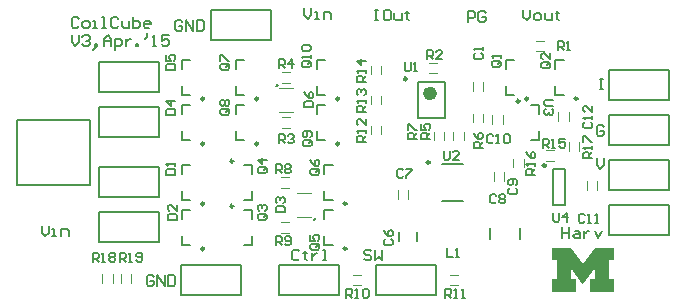
<source format=gto>
G04 Layer_Color=65535*
%FSLAX24Y24*%
%MOIN*%
G70*
G01*
G75*
%ADD22C,0.0100*%
%ADD34C,0.0098*%
%ADD35C,0.0236*%
%ADD36C,0.0039*%
%ADD37C,0.0079*%
%ADD38C,0.0050*%
%ADD39C,0.0060*%
G36*
X32426Y15653D02*
X32267D01*
Y15020D01*
X32426D01*
Y14600D01*
X31640D01*
Y15020D01*
X31800D01*
Y15400D01*
X31403Y14854D01*
X31377D01*
X30987Y15400D01*
Y15020D01*
X31147D01*
Y14600D01*
X30360D01*
Y15020D01*
X30514D01*
Y15653D01*
X30360D01*
Y16073D01*
X30984D01*
X31383Y15520D01*
X31403D01*
X31803Y16073D01*
X32426D01*
Y15653D01*
D02*
G37*
D22*
X21197Y21482D02*
G03*
X21197Y21482I-22J0D01*
G01*
X22447Y17018D02*
G03*
X22447Y17018I-22J0D01*
G01*
D34*
X31213Y21041D02*
G03*
X31213Y21041I-49J0D01*
G01*
X29286Y20959D02*
G03*
X29286Y20959I-49J0D01*
G01*
X29563Y21041D02*
G03*
X29563Y21041I-49J0D01*
G01*
X26282Y18919D02*
G03*
X26282Y18919I-49J0D01*
G01*
X25523Y21699D02*
G03*
X25523Y21699I-49J0D01*
G01*
X23263Y21041D02*
G03*
X23263Y21041I-49J0D01*
G01*
Y19541D02*
G03*
X23263Y19541I-49J0D01*
G01*
X30152Y18809D02*
G03*
X30152Y18809I-49J0D01*
G01*
X23513Y17541D02*
G03*
X23513Y17541I-49J0D01*
G01*
Y16041D02*
G03*
X23513Y16041I-49J0D01*
G01*
X19736Y17459D02*
G03*
X19736Y17459I-49J0D01*
G01*
Y18959D02*
G03*
X19736Y18959I-49J0D01*
G01*
X20563Y19541D02*
G03*
X20563Y19541I-49J0D01*
G01*
Y21041D02*
G03*
X20563Y21041I-49J0D01*
G01*
X18763Y16041D02*
G03*
X18763Y16041I-49J0D01*
G01*
Y17541D02*
G03*
X18763Y17541I-49J0D01*
G01*
Y21041D02*
G03*
X18763Y21041I-49J0D01*
G01*
Y19541D02*
G03*
X18763Y19541I-49J0D01*
G01*
D35*
X26409Y21217D02*
G03*
X26409Y21217I-118J0D01*
G01*
D36*
X15983Y14912D02*
Y15188D01*
X16327Y14912D02*
Y15188D01*
X15717Y14912D02*
Y15188D01*
X15373Y14912D02*
Y15188D01*
X29812Y22633D02*
X30088D01*
X29812Y22977D02*
X30088D01*
X30917Y20312D02*
Y20588D01*
X30573Y20312D02*
Y20588D01*
X30167Y19317D02*
X30443D01*
X30167Y18973D02*
X30443D01*
X27733Y21312D02*
Y21588D01*
X28077Y21312D02*
Y21588D01*
X28433Y18312D02*
Y18588D01*
X28777Y18312D02*
Y18588D01*
X28717Y20212D02*
Y20488D01*
X28373Y20212D02*
Y20488D01*
X27733Y20262D02*
Y20538D01*
X28077Y20262D02*
Y20538D01*
X27417Y19662D02*
Y19938D01*
X27073Y19662D02*
Y19938D01*
X26767Y19662D02*
Y19938D01*
X26423Y19662D02*
Y19938D01*
X26262Y21883D02*
X26538D01*
X26262Y22227D02*
X26538D01*
X24333Y21862D02*
Y22138D01*
X24677Y21862D02*
Y22138D01*
X24333Y20862D02*
Y21138D01*
X24677Y20862D02*
Y21138D01*
X24333Y19862D02*
Y20138D01*
X24677Y19862D02*
Y20138D01*
X21362Y21917D02*
X21638D01*
X21362Y21573D02*
X21638D01*
X21264Y21394D02*
X21736D01*
X21264Y20606D02*
X21736D01*
X21362Y20417D02*
X21638D01*
X21362Y20073D02*
X21638D01*
X29417Y18762D02*
Y19038D01*
X29073Y18762D02*
Y19038D01*
X30933Y19312D02*
Y19588D01*
X31277Y19312D02*
Y19588D01*
X31867Y18012D02*
Y18288D01*
X31523Y18012D02*
Y18288D01*
X25233Y17712D02*
Y17988D01*
X25577Y17712D02*
Y17988D01*
X26962Y14833D02*
X27238D01*
X26962Y15177D02*
X27238D01*
X23712Y14833D02*
X23988D01*
X23712Y15177D02*
X23988D01*
X21312Y16917D02*
X21588D01*
X21312Y16573D02*
X21588D01*
X21312Y18417D02*
X21588D01*
X21312Y18073D02*
X21588D01*
X21864Y17106D02*
X22336D01*
X21864Y17894D02*
X22336D01*
D37*
X30474Y21159D02*
X30750D01*
X30474D02*
Y21474D01*
Y22341D02*
X30750D01*
X30474Y22026D02*
Y22341D01*
X29650Y20841D02*
X29926D01*
Y20526D02*
Y20841D01*
X29650Y19659D02*
X29926D01*
Y19974D01*
X28824Y21159D02*
X29100D01*
X28824D02*
Y21474D01*
Y22341D02*
X29100D01*
X28824Y22026D02*
Y22341D01*
X26706Y17640D02*
X27394D01*
X26706Y18860D02*
X27394D01*
X25897Y20390D02*
Y21610D01*
X26803Y20390D02*
Y21610D01*
X25897D02*
X26803D01*
X25897Y20390D02*
X26803D01*
X22524Y21159D02*
X22800D01*
X22524D02*
Y21474D01*
Y22341D02*
X22800D01*
X22524Y22026D02*
Y22341D01*
Y19659D02*
X22800D01*
X22524D02*
Y19974D01*
Y20841D02*
X22800D01*
X22524Y20526D02*
Y20841D01*
X30802Y17490D02*
Y18710D01*
X30408Y17490D02*
Y18710D01*
Y17490D02*
X30802D01*
X30408Y18710D02*
X30802D01*
X29302Y16353D02*
Y16747D01*
X28278Y16353D02*
Y16747D01*
X25845Y16293D02*
Y16607D01*
X25255Y16293D02*
Y16607D01*
X22774Y17659D02*
X23050D01*
X22774D02*
Y17974D01*
Y18841D02*
X23050D01*
X22774Y18526D02*
Y18841D01*
Y16159D02*
X23050D01*
X22774D02*
Y16474D01*
Y17341D02*
X23050D01*
X22774Y17026D02*
Y17341D01*
X20100D02*
X20376D01*
Y17026D02*
Y17341D01*
X20100Y16159D02*
X20376D01*
Y16474D01*
X20100Y18841D02*
X20376D01*
Y18526D02*
Y18841D01*
X20100Y17659D02*
X20376D01*
Y17974D01*
X19824Y19659D02*
X20100D01*
X19824D02*
Y19974D01*
Y20841D02*
X20100D01*
X19824Y20526D02*
Y20841D01*
Y21159D02*
X20100D01*
X19824D02*
Y21474D01*
Y22341D02*
X20100D01*
X19824Y22026D02*
Y22341D01*
X18024Y16159D02*
X18300D01*
X18024D02*
Y16474D01*
Y17341D02*
X18300D01*
X18024Y17026D02*
Y17341D01*
Y17659D02*
X18300D01*
X18024D02*
Y17974D01*
Y18841D02*
X18300D01*
X18024Y18526D02*
Y18841D01*
Y21159D02*
X18300D01*
X18024D02*
Y21474D01*
Y22341D02*
X18300D01*
X18024Y22026D02*
Y22341D01*
Y19659D02*
X18300D01*
X18024D02*
Y19974D01*
Y20841D02*
X18300D01*
X18024Y20526D02*
Y20841D01*
D38*
X19000Y24000D02*
X21000D01*
X19000Y23000D02*
X21000D01*
X19000D02*
Y24000D01*
X21000Y23000D02*
Y24000D01*
X15250Y19750D02*
X17250D01*
X15250Y20750D02*
X17250D01*
Y19750D02*
Y20750D01*
X15250Y19750D02*
Y20750D01*
X32250Y19000D02*
X34250D01*
X32250Y18000D02*
X34250D01*
X32250D02*
Y19000D01*
X34250Y18000D02*
Y19000D01*
X12530Y18159D02*
Y20341D01*
X14970Y18159D02*
Y20341D01*
X12530Y18159D02*
X14970D01*
X12530Y20341D02*
X14970D01*
X15250Y16250D02*
X17250D01*
X15250Y17250D02*
X17250D01*
Y16250D02*
Y17250D01*
X15250Y16250D02*
Y17250D01*
Y17750D02*
X17250D01*
X15250Y18750D02*
X17250D01*
Y17750D02*
Y18750D01*
X15250Y17750D02*
Y18750D01*
X21250Y15500D02*
X23250D01*
X21250Y14500D02*
X23250D01*
X21250D02*
Y15500D01*
X23250Y14500D02*
Y15500D01*
X18000D02*
X20000D01*
X18000Y14500D02*
X20000D01*
X18000D02*
Y15500D01*
X20000Y14500D02*
Y15500D01*
X32250Y17500D02*
X34250D01*
X32250Y16500D02*
X34250D01*
X32250D02*
Y17500D01*
X34250Y16500D02*
Y17500D01*
X32250Y20500D02*
X34250D01*
X32250Y19500D02*
X34250D01*
X32250D02*
Y20500D01*
X34250Y19500D02*
Y20500D01*
X15250Y21250D02*
X17250D01*
X15250Y22250D02*
X17250D01*
Y21250D02*
Y22250D01*
X15250Y21250D02*
Y22250D01*
X24500Y15500D02*
X26500D01*
X24500Y14500D02*
X26500D01*
X24500D02*
Y15500D01*
X26500Y14500D02*
Y15500D01*
X32250Y22000D02*
X34250D01*
X32250Y21000D02*
X34250D01*
X32250D02*
Y22000D01*
X34250Y21000D02*
Y22000D01*
X15950Y15600D02*
Y15900D01*
X16100D01*
X16150Y15850D01*
Y15750D01*
X16100Y15700D01*
X15950D01*
X16050D02*
X16150Y15600D01*
X16250D02*
X16350D01*
X16300D01*
Y15900D01*
X16250Y15850D01*
X16500Y15650D02*
X16550Y15600D01*
X16650D01*
X16700Y15650D01*
Y15850D01*
X16650Y15900D01*
X16550D01*
X16500Y15850D01*
Y15800D01*
X16550Y15750D01*
X16700D01*
X15050Y15600D02*
Y15900D01*
X15200D01*
X15250Y15850D01*
Y15750D01*
X15200Y15700D01*
X15050D01*
X15150D02*
X15250Y15600D01*
X15350D02*
X15450D01*
X15400D01*
Y15900D01*
X15350Y15850D01*
X15600D02*
X15650Y15900D01*
X15750D01*
X15800Y15850D01*
Y15800D01*
X15750Y15750D01*
X15800Y15700D01*
Y15650D01*
X15750Y15600D01*
X15650D01*
X15600Y15650D01*
Y15700D01*
X15650Y15750D01*
X15600Y15800D01*
Y15850D01*
X15650Y15750D02*
X15750D01*
X30550Y22650D02*
Y22950D01*
X30700D01*
X30750Y22900D01*
Y22800D01*
X30700Y22750D01*
X30550D01*
X30650D02*
X30750Y22650D01*
X30850D02*
X30950D01*
X30900D01*
Y22950D01*
X30850Y22900D01*
X30250Y22250D02*
X30050D01*
X30000Y22200D01*
Y22100D01*
X30050Y22050D01*
X30250D01*
X30300Y22100D01*
Y22200D01*
X30200Y22150D02*
X30300Y22250D01*
Y22200D02*
X30250Y22250D01*
X30300Y22550D02*
Y22350D01*
X30100Y22550D01*
X30050D01*
X30000Y22500D01*
Y22400D01*
X30050Y22350D01*
X31450Y20250D02*
X31400Y20200D01*
Y20100D01*
X31450Y20050D01*
X31650D01*
X31700Y20100D01*
Y20200D01*
X31650Y20250D01*
X31700Y20350D02*
Y20450D01*
Y20400D01*
X31400D01*
X31450Y20350D01*
X31700Y20800D02*
Y20600D01*
X31500Y20800D01*
X31450D01*
X31400Y20750D01*
Y20650D01*
X31450Y20600D01*
X30050Y19400D02*
Y19700D01*
X30200D01*
X30250Y19650D01*
Y19550D01*
X30200Y19500D01*
X30050D01*
X30150D02*
X30250Y19400D01*
X30350D02*
X30450D01*
X30400D01*
Y19700D01*
X30350Y19650D01*
X30800Y19700D02*
X30600D01*
Y19550D01*
X30700Y19600D01*
X30750D01*
X30800Y19550D01*
Y19450D01*
X30750Y19400D01*
X30650D01*
X30600Y19450D01*
X30400Y21000D02*
X30150D01*
X30100Y20950D01*
Y20850D01*
X30150Y20800D01*
X30400D01*
X30350Y20700D02*
X30400Y20650D01*
Y20550D01*
X30350Y20500D01*
X30300D01*
X30250Y20550D01*
Y20600D01*
Y20550D01*
X30200Y20500D01*
X30150D01*
X30100Y20550D01*
Y20650D01*
X30150Y20700D01*
X28600Y22300D02*
X28400D01*
X28350Y22250D01*
Y22150D01*
X28400Y22100D01*
X28600D01*
X28650Y22150D01*
Y22250D01*
X28550Y22200D02*
X28650Y22300D01*
Y22250D02*
X28600Y22300D01*
X28650Y22400D02*
Y22500D01*
Y22450D01*
X28350D01*
X28400Y22400D01*
X27800Y22550D02*
X27750Y22500D01*
Y22400D01*
X27800Y22350D01*
X28000D01*
X28050Y22400D01*
Y22500D01*
X28000Y22550D01*
X28050Y22650D02*
Y22750D01*
Y22700D01*
X27750D01*
X27800Y22650D01*
X28950Y18050D02*
X28900Y18000D01*
Y17900D01*
X28950Y17850D01*
X29150D01*
X29200Y17900D01*
Y18000D01*
X29150Y18050D01*
Y18150D02*
X29200Y18200D01*
Y18300D01*
X29150Y18350D01*
X28950D01*
X28900Y18300D01*
Y18200D01*
X28950Y18150D01*
X29000D01*
X29050Y18200D01*
Y18350D01*
X28400Y19800D02*
X28350Y19850D01*
X28250D01*
X28200Y19800D01*
Y19600D01*
X28250Y19550D01*
X28350D01*
X28400Y19600D01*
X28500Y19550D02*
X28600D01*
X28550D01*
Y19850D01*
X28500Y19800D01*
X28750D02*
X28800Y19850D01*
X28900D01*
X28950Y19800D01*
Y19600D01*
X28900Y19550D01*
X28800D01*
X28750Y19600D01*
Y19800D01*
X28050Y19400D02*
X27750D01*
Y19550D01*
X27800Y19600D01*
X27900D01*
X27950Y19550D01*
Y19400D01*
Y19500D02*
X28050Y19600D01*
X27750Y19900D02*
X27800Y19800D01*
X27900Y19700D01*
X28000D01*
X28050Y19750D01*
Y19850D01*
X28000Y19900D01*
X27950D01*
X27900Y19850D01*
Y19700D01*
X26750Y19300D02*
Y19050D01*
X26800Y19000D01*
X26900D01*
X26950Y19050D01*
Y19300D01*
X27250Y19000D02*
X27050D01*
X27250Y19200D01*
Y19250D01*
X27200Y19300D01*
X27100D01*
X27050Y19250D01*
X26300Y19700D02*
X26000D01*
Y19850D01*
X26050Y19900D01*
X26150D01*
X26200Y19850D01*
Y19700D01*
Y19800D02*
X26300Y19900D01*
X26000Y20200D02*
Y20000D01*
X26150D01*
X26100Y20100D01*
Y20150D01*
X26150Y20200D01*
X26250D01*
X26300Y20150D01*
Y20050D01*
X26250Y20000D01*
X25850Y19700D02*
X25550D01*
Y19850D01*
X25600Y19900D01*
X25700D01*
X25750Y19850D01*
Y19700D01*
Y19800D02*
X25850Y19900D01*
X25550Y20000D02*
Y20200D01*
X25600D01*
X25800Y20000D01*
X25850D01*
X26200Y22350D02*
Y22650D01*
X26350D01*
X26400Y22600D01*
Y22500D01*
X26350Y22450D01*
X26200D01*
X26300D02*
X26400Y22350D01*
X26700D02*
X26500D01*
X26700Y22550D01*
Y22600D01*
X26650Y22650D01*
X26550D01*
X26500Y22600D01*
X25450Y22250D02*
Y22000D01*
X25500Y21950D01*
X25600D01*
X25650Y22000D01*
Y22250D01*
X25750Y21950D02*
X25850D01*
X25800D01*
Y22250D01*
X25750Y22200D01*
X24150Y21600D02*
X23850D01*
Y21750D01*
X23900Y21800D01*
X24000D01*
X24050Y21750D01*
Y21600D01*
Y21700D02*
X24150Y21800D01*
Y21900D02*
Y22000D01*
Y21950D01*
X23850D01*
X23900Y21900D01*
X24150Y22300D02*
X23850D01*
X24000Y22150D01*
Y22350D01*
X24150Y20600D02*
X23850D01*
Y20750D01*
X23900Y20800D01*
X24000D01*
X24050Y20750D01*
Y20600D01*
Y20700D02*
X24150Y20800D01*
Y20900D02*
Y21000D01*
Y20950D01*
X23850D01*
X23900Y20900D01*
Y21150D02*
X23850Y21200D01*
Y21300D01*
X23900Y21350D01*
X23950D01*
X24000Y21300D01*
Y21250D01*
Y21300D01*
X24050Y21350D01*
X24100D01*
X24150Y21300D01*
Y21200D01*
X24100Y21150D01*
X24150Y19600D02*
X23850D01*
Y19750D01*
X23900Y19800D01*
X24000D01*
X24050Y19750D01*
Y19600D01*
Y19700D02*
X24150Y19800D01*
Y19900D02*
Y20000D01*
Y19950D01*
X23850D01*
X23900Y19900D01*
X24150Y20350D02*
Y20150D01*
X23950Y20350D01*
X23900D01*
X23850Y20300D01*
Y20200D01*
X23900Y20150D01*
X22268Y22282D02*
X22068D01*
X22018Y22232D01*
Y22132D01*
X22068Y22082D01*
X22268D01*
X22318Y22132D01*
Y22232D01*
X22218Y22182D02*
X22318Y22282D01*
Y22232D02*
X22268Y22282D01*
X22318Y22382D02*
Y22482D01*
Y22432D01*
X22018D01*
X22068Y22382D01*
Y22632D02*
X22018Y22682D01*
Y22781D01*
X22068Y22831D01*
X22268D01*
X22318Y22781D01*
Y22682D01*
X22268Y22632D01*
X22068D01*
X22300Y19650D02*
X22100D01*
X22050Y19600D01*
Y19500D01*
X22100Y19450D01*
X22300D01*
X22350Y19500D01*
Y19600D01*
X22250Y19550D02*
X22350Y19650D01*
Y19600D02*
X22300Y19650D01*
Y19750D02*
X22350Y19800D01*
Y19900D01*
X22300Y19950D01*
X22100D01*
X22050Y19900D01*
Y19800D01*
X22100Y19750D01*
X22150D01*
X22200Y19800D01*
Y19950D01*
X21250Y22050D02*
Y22350D01*
X21400D01*
X21450Y22300D01*
Y22200D01*
X21400Y22150D01*
X21250D01*
X21350D02*
X21450Y22050D01*
X21700D02*
Y22350D01*
X21550Y22200D01*
X21750D01*
X22100Y20750D02*
X22400D01*
Y20900D01*
X22350Y20950D01*
X22150D01*
X22100Y20900D01*
Y20750D01*
Y21250D02*
X22150Y21150D01*
X22250Y21050D01*
X22350D01*
X22400Y21100D01*
Y21200D01*
X22350Y21250D01*
X22300D01*
X22250Y21200D01*
Y21050D01*
X21250Y19550D02*
Y19850D01*
X21400D01*
X21450Y19800D01*
Y19700D01*
X21400Y19650D01*
X21250D01*
X21350D02*
X21450Y19550D01*
X21550Y19800D02*
X21600Y19850D01*
X21700D01*
X21750Y19800D01*
Y19750D01*
X21700Y19700D01*
X21650D01*
X21700D01*
X21750Y19650D01*
Y19600D01*
X21700Y19550D01*
X21600D01*
X21550Y19600D01*
X29800Y18500D02*
X29500D01*
Y18650D01*
X29550Y18700D01*
X29650D01*
X29700Y18650D01*
Y18500D01*
Y18600D02*
X29800Y18700D01*
Y18800D02*
Y18900D01*
Y18850D01*
X29500D01*
X29550Y18800D01*
X29500Y19250D02*
X29550Y19150D01*
X29650Y19050D01*
X29750D01*
X29800Y19100D01*
Y19200D01*
X29750Y19250D01*
X29700D01*
X29650Y19200D01*
Y19050D01*
X31700Y19050D02*
X31400D01*
Y19200D01*
X31450Y19250D01*
X31550D01*
X31600Y19200D01*
Y19050D01*
Y19150D02*
X31700Y19250D01*
Y19350D02*
Y19450D01*
Y19400D01*
X31400D01*
X31450Y19350D01*
X31400Y19600D02*
Y19800D01*
X31450D01*
X31650Y19600D01*
X31700D01*
X31450Y17150D02*
X31400Y17200D01*
X31300D01*
X31250Y17150D01*
Y16950D01*
X31300Y16900D01*
X31400D01*
X31450Y16950D01*
X31550Y16900D02*
X31650D01*
X31600D01*
Y17200D01*
X31550Y17150D01*
X31800Y16900D02*
X31900D01*
X31850D01*
Y17200D01*
X31800Y17150D01*
X30400Y17245D02*
Y16995D01*
X30450Y16945D01*
X30550D01*
X30600Y16995D01*
Y17245D01*
X30850Y16945D02*
Y17245D01*
X30700Y17095D01*
X30900D01*
X26850Y16050D02*
Y15750D01*
X27050D01*
X27150D02*
X27250D01*
X27200D01*
Y16050D01*
X27150Y16000D01*
X28500Y17800D02*
X28450Y17850D01*
X28350D01*
X28300Y17800D01*
Y17600D01*
X28350Y17550D01*
X28450D01*
X28500Y17600D01*
X28600Y17800D02*
X28650Y17850D01*
X28750D01*
X28800Y17800D01*
Y17750D01*
X28750Y17700D01*
X28800Y17650D01*
Y17600D01*
X28750Y17550D01*
X28650D01*
X28600Y17600D01*
Y17650D01*
X28650Y17700D01*
X28600Y17750D01*
Y17800D01*
X28650Y17700D02*
X28750D01*
X25400Y18650D02*
X25350Y18700D01*
X25250D01*
X25200Y18650D01*
Y18450D01*
X25250Y18400D01*
X25350D01*
X25400Y18450D01*
X25500Y18700D02*
X25700D01*
Y18650D01*
X25500Y18450D01*
Y18400D01*
X24800Y16350D02*
X24750Y16300D01*
Y16200D01*
X24800Y16150D01*
X25000D01*
X25050Y16200D01*
Y16300D01*
X25000Y16350D01*
X24750Y16650D02*
X24800Y16550D01*
X24900Y16450D01*
X25000D01*
X25050Y16500D01*
Y16600D01*
X25000Y16650D01*
X24950D01*
X24900Y16600D01*
Y16450D01*
X26800Y14400D02*
Y14700D01*
X26950D01*
X27000Y14650D01*
Y14550D01*
X26950Y14500D01*
X26800D01*
X26900D02*
X27000Y14400D01*
X27100D02*
X27200D01*
X27150D01*
Y14700D01*
X27100Y14650D01*
X27350Y14400D02*
X27450D01*
X27400D01*
Y14700D01*
X27350Y14650D01*
X23500Y14400D02*
Y14700D01*
X23650D01*
X23700Y14650D01*
Y14550D01*
X23650Y14500D01*
X23500D01*
X23600D02*
X23700Y14400D01*
X23800D02*
X23900D01*
X23850D01*
Y14700D01*
X23800Y14650D01*
X24050D02*
X24100Y14700D01*
X24200D01*
X24250Y14650D01*
Y14450D01*
X24200Y14400D01*
X24100D01*
X24050Y14450D01*
Y14650D01*
X22550Y18700D02*
X22350D01*
X22300Y18650D01*
Y18550D01*
X22350Y18500D01*
X22550D01*
X22600Y18550D01*
Y18650D01*
X22500Y18600D02*
X22600Y18700D01*
Y18650D02*
X22550Y18700D01*
X22300Y19000D02*
X22350Y18900D01*
X22450Y18800D01*
X22550D01*
X22600Y18850D01*
Y18950D01*
X22550Y19000D01*
X22500D01*
X22450Y18950D01*
Y18800D01*
X22550Y16200D02*
X22350D01*
X22300Y16150D01*
Y16050D01*
X22350Y16000D01*
X22550D01*
X22600Y16050D01*
Y16150D01*
X22500Y16100D02*
X22600Y16200D01*
Y16150D02*
X22550Y16200D01*
X22300Y16500D02*
Y16300D01*
X22450D01*
X22400Y16400D01*
Y16450D01*
X22450Y16500D01*
X22550D01*
X22600Y16450D01*
Y16350D01*
X22550Y16300D01*
X21150Y16150D02*
Y16450D01*
X21300D01*
X21350Y16400D01*
Y16300D01*
X21300Y16250D01*
X21150D01*
X21250D02*
X21350Y16150D01*
X21450Y16200D02*
X21500Y16150D01*
X21600D01*
X21650Y16200D01*
Y16400D01*
X21600Y16450D01*
X21500D01*
X21450Y16400D01*
Y16350D01*
X21500Y16300D01*
X21650D01*
X21150Y18550D02*
Y18850D01*
X21300D01*
X21350Y18800D01*
Y18700D01*
X21300Y18650D01*
X21150D01*
X21250D02*
X21350Y18550D01*
X21450Y18800D02*
X21500Y18850D01*
X21600D01*
X21650Y18800D01*
Y18750D01*
X21600Y18700D01*
X21650Y18650D01*
Y18600D01*
X21600Y18550D01*
X21500D01*
X21450Y18600D01*
Y18650D01*
X21500Y18700D01*
X21450Y18750D01*
Y18800D01*
X21500Y18700D02*
X21600D01*
X21150Y17250D02*
X21450D01*
Y17400D01*
X21400Y17450D01*
X21200D01*
X21150Y17400D01*
Y17250D01*
X21200Y17550D02*
X21150Y17600D01*
Y17700D01*
X21200Y17750D01*
X21250D01*
X21300Y17700D01*
Y17650D01*
Y17700D01*
X21350Y17750D01*
X21400D01*
X21450Y17700D01*
Y17600D01*
X21400Y17550D01*
X20800Y17200D02*
X20600D01*
X20550Y17150D01*
Y17050D01*
X20600Y17000D01*
X20800D01*
X20850Y17050D01*
Y17150D01*
X20750Y17100D02*
X20850Y17200D01*
Y17150D02*
X20800Y17200D01*
X20600Y17300D02*
X20550Y17350D01*
Y17450D01*
X20600Y17500D01*
X20650D01*
X20700Y17450D01*
Y17400D01*
Y17450D01*
X20750Y17500D01*
X20800D01*
X20850Y17450D01*
Y17350D01*
X20800Y17300D01*
Y18750D02*
X20600D01*
X20550Y18700D01*
Y18600D01*
X20600Y18550D01*
X20800D01*
X20850Y18600D01*
Y18700D01*
X20750Y18650D02*
X20850Y18750D01*
Y18700D02*
X20800Y18750D01*
X20850Y19000D02*
X20550D01*
X20700Y18850D01*
Y19050D01*
X19550Y20700D02*
X19350D01*
X19300Y20650D01*
Y20550D01*
X19350Y20500D01*
X19550D01*
X19600Y20550D01*
Y20650D01*
X19500Y20600D02*
X19600Y20700D01*
Y20650D02*
X19550Y20700D01*
X19350Y20800D02*
X19300Y20850D01*
Y20950D01*
X19350Y21000D01*
X19400D01*
X19450Y20950D01*
X19500Y21000D01*
X19550D01*
X19600Y20950D01*
Y20850D01*
X19550Y20800D01*
X19500D01*
X19450Y20850D01*
X19400Y20800D01*
X19350D01*
X19450Y20850D02*
Y20950D01*
X19550Y22200D02*
X19350D01*
X19300Y22150D01*
Y22050D01*
X19350Y22000D01*
X19550D01*
X19600Y22050D01*
Y22150D01*
X19500Y22100D02*
X19600Y22200D01*
Y22150D02*
X19550Y22200D01*
X19300Y22300D02*
Y22500D01*
X19350D01*
X19550Y22300D01*
X19600D01*
X17550Y17000D02*
X17850D01*
Y17150D01*
X17800Y17200D01*
X17600D01*
X17550Y17150D01*
Y17000D01*
X17850Y17500D02*
Y17300D01*
X17650Y17500D01*
X17600D01*
X17550Y17450D01*
Y17350D01*
X17600Y17300D01*
X17500Y18500D02*
X17800D01*
Y18650D01*
X17750Y18700D01*
X17550D01*
X17500Y18650D01*
Y18500D01*
X17800Y18800D02*
Y18900D01*
Y18850D01*
X17500D01*
X17550Y18800D01*
X17500Y22000D02*
X17800D01*
Y22150D01*
X17750Y22200D01*
X17550D01*
X17500Y22150D01*
Y22000D01*
Y22500D02*
Y22300D01*
X17650D01*
X17600Y22400D01*
Y22450D01*
X17650Y22500D01*
X17750D01*
X17800Y22450D01*
Y22350D01*
X17750Y22300D01*
X17500Y20500D02*
X17800D01*
Y20650D01*
X17750Y20700D01*
X17550D01*
X17500Y20650D01*
Y20500D01*
X17800Y20950D02*
X17500D01*
X17650Y20800D01*
Y21000D01*
D39*
X14350Y23160D02*
Y22920D01*
X14470Y22800D01*
X14590Y22920D01*
Y23160D01*
X14710Y23100D02*
X14770Y23160D01*
X14890D01*
X14950Y23100D01*
Y23040D01*
X14890Y22980D01*
X14830D01*
X14890D01*
X14950Y22920D01*
Y22860D01*
X14890Y22800D01*
X14770D01*
X14710Y22860D01*
X15130Y22740D02*
X15190Y22800D01*
Y22860D01*
X15130D01*
Y22800D01*
X15190D01*
X15130Y22740D01*
X15070Y22680D01*
X15430Y22800D02*
Y23040D01*
X15550Y23160D01*
X15670Y23040D01*
Y22800D01*
Y22980D01*
X15430D01*
X15790Y22680D02*
Y23040D01*
X15969D01*
X16029Y22980D01*
Y22860D01*
X15969Y22800D01*
X15790D01*
X16149Y23040D02*
Y22800D01*
Y22920D01*
X16209Y22980D01*
X16269Y23040D01*
X16329D01*
X16509Y22800D02*
Y22860D01*
X16569D01*
Y22800D01*
X16509D01*
X16869Y23220D02*
Y23100D01*
X16809Y23040D01*
X17049Y22800D02*
X17169D01*
X17109D01*
Y23160D01*
X17049Y23100D01*
X17589Y23160D02*
X17349D01*
Y22980D01*
X17469Y23040D01*
X17529D01*
X17589Y22980D01*
Y22860D01*
X17529Y22800D01*
X17409D01*
X17349Y22860D01*
X14590Y23700D02*
X14530Y23760D01*
X14410D01*
X14350Y23700D01*
Y23460D01*
X14410Y23400D01*
X14530D01*
X14590Y23460D01*
X14770Y23400D02*
X14890D01*
X14950Y23460D01*
Y23580D01*
X14890Y23640D01*
X14770D01*
X14710Y23580D01*
Y23460D01*
X14770Y23400D01*
X15070D02*
X15190D01*
X15130D01*
Y23640D01*
X15070D01*
X15370Y23400D02*
X15490D01*
X15430D01*
Y23760D01*
X15370D01*
X15910Y23700D02*
X15850Y23760D01*
X15730D01*
X15670Y23700D01*
Y23460D01*
X15730Y23400D01*
X15850D01*
X15910Y23460D01*
X16029Y23640D02*
Y23460D01*
X16089Y23400D01*
X16269D01*
Y23640D01*
X16389Y23760D02*
Y23400D01*
X16569D01*
X16629Y23460D01*
Y23520D01*
Y23580D01*
X16569Y23640D01*
X16389D01*
X16929Y23400D02*
X16809D01*
X16749Y23460D01*
Y23580D01*
X16809Y23640D01*
X16929D01*
X16989Y23580D01*
Y23520D01*
X16749D01*
X13350Y16810D02*
Y16570D01*
X13470Y16450D01*
X13590Y16570D01*
Y16810D01*
X13710Y16450D02*
X13830D01*
X13770D01*
Y16690D01*
X13710D01*
X14010Y16450D02*
Y16690D01*
X14190D01*
X14250Y16630D01*
Y16450D01*
X30700Y16760D02*
Y16400D01*
Y16580D01*
X30940D01*
Y16760D01*
Y16400D01*
X31120Y16640D02*
X31240D01*
X31300Y16580D01*
Y16400D01*
X31120D01*
X31060Y16460D01*
X31120Y16520D01*
X31300D01*
X31420Y16640D02*
Y16400D01*
Y16520D01*
X31480Y16580D01*
X31540Y16640D01*
X31600D01*
X31780D02*
X31900Y16400D01*
X32020Y16640D01*
X31850Y19060D02*
Y18820D01*
X31970Y18700D01*
X32090Y18820D01*
Y19060D01*
Y20100D02*
X32030Y20160D01*
X31910D01*
X31850Y20100D01*
Y19860D01*
X31910Y19800D01*
X32030D01*
X32090Y19860D01*
Y19980D01*
X31970D01*
X31950Y21710D02*
X32070D01*
X32010D01*
Y21350D01*
X31950D01*
X32070D01*
X29400Y24010D02*
Y23770D01*
X29520Y23650D01*
X29640Y23770D01*
Y24010D01*
X29820Y23650D02*
X29940D01*
X30000Y23710D01*
Y23830D01*
X29940Y23890D01*
X29820D01*
X29760Y23830D01*
Y23710D01*
X29820Y23650D01*
X30120Y23890D02*
Y23710D01*
X30180Y23650D01*
X30360D01*
Y23890D01*
X30540Y23950D02*
Y23890D01*
X30480D01*
X30600D01*
X30540D01*
Y23710D01*
X30600Y23650D01*
X27550Y23600D02*
Y23960D01*
X27730D01*
X27790Y23900D01*
Y23780D01*
X27730Y23720D01*
X27550D01*
X28150Y23900D02*
X28090Y23960D01*
X27970D01*
X27910Y23900D01*
Y23660D01*
X27970Y23600D01*
X28090D01*
X28150Y23660D01*
Y23780D01*
X28030D01*
X24450Y24010D02*
X24570D01*
X24510D01*
Y23650D01*
X24450D01*
X24570D01*
X24930Y24010D02*
X24810D01*
X24750Y23950D01*
Y23710D01*
X24810Y23650D01*
X24930D01*
X24990Y23710D01*
Y23950D01*
X24930Y24010D01*
X25110Y23890D02*
Y23710D01*
X25170Y23650D01*
X25350D01*
Y23890D01*
X25530Y23950D02*
Y23890D01*
X25470D01*
X25590D01*
X25530D01*
Y23710D01*
X25590Y23650D01*
X22100Y24060D02*
Y23820D01*
X22220Y23700D01*
X22340Y23820D01*
Y24060D01*
X22460Y23700D02*
X22580D01*
X22520D01*
Y23940D01*
X22460D01*
X22760Y23700D02*
Y23940D01*
X22940D01*
X23000Y23880D01*
Y23700D01*
X24340Y15950D02*
X24280Y16010D01*
X24160D01*
X24100Y15950D01*
Y15890D01*
X24160Y15830D01*
X24280D01*
X24340Y15770D01*
Y15710D01*
X24280Y15650D01*
X24160D01*
X24100Y15710D01*
X24460Y16010D02*
Y15650D01*
X24580Y15770D01*
X24700Y15650D01*
Y16010D01*
X21940Y15950D02*
X21880Y16010D01*
X21760D01*
X21700Y15950D01*
Y15710D01*
X21760Y15650D01*
X21880D01*
X21940Y15710D01*
X22120Y15950D02*
Y15890D01*
X22060D01*
X22180D01*
X22120D01*
Y15710D01*
X22180Y15650D01*
X22360Y15890D02*
Y15650D01*
Y15770D01*
X22420Y15830D01*
X22480Y15890D01*
X22540D01*
X22720Y15650D02*
X22840D01*
X22780D01*
Y16010D01*
X22720D01*
X17090Y15100D02*
X17030Y15160D01*
X16910D01*
X16850Y15100D01*
Y14860D01*
X16910Y14800D01*
X17030D01*
X17090Y14860D01*
Y14980D01*
X16970D01*
X17210Y14800D02*
Y15160D01*
X17450Y14800D01*
Y15160D01*
X17570D02*
Y14800D01*
X17750D01*
X17810Y14860D01*
Y15100D01*
X17750Y15160D01*
X17570D01*
X18040Y23600D02*
X17980Y23660D01*
X17860D01*
X17800Y23600D01*
Y23360D01*
X17860Y23300D01*
X17980D01*
X18040Y23360D01*
Y23480D01*
X17920D01*
X18160Y23300D02*
Y23660D01*
X18400Y23300D01*
Y23660D01*
X18520D02*
Y23300D01*
X18700D01*
X18760Y23360D01*
Y23600D01*
X18700Y23660D01*
X18520D01*
M02*

</source>
